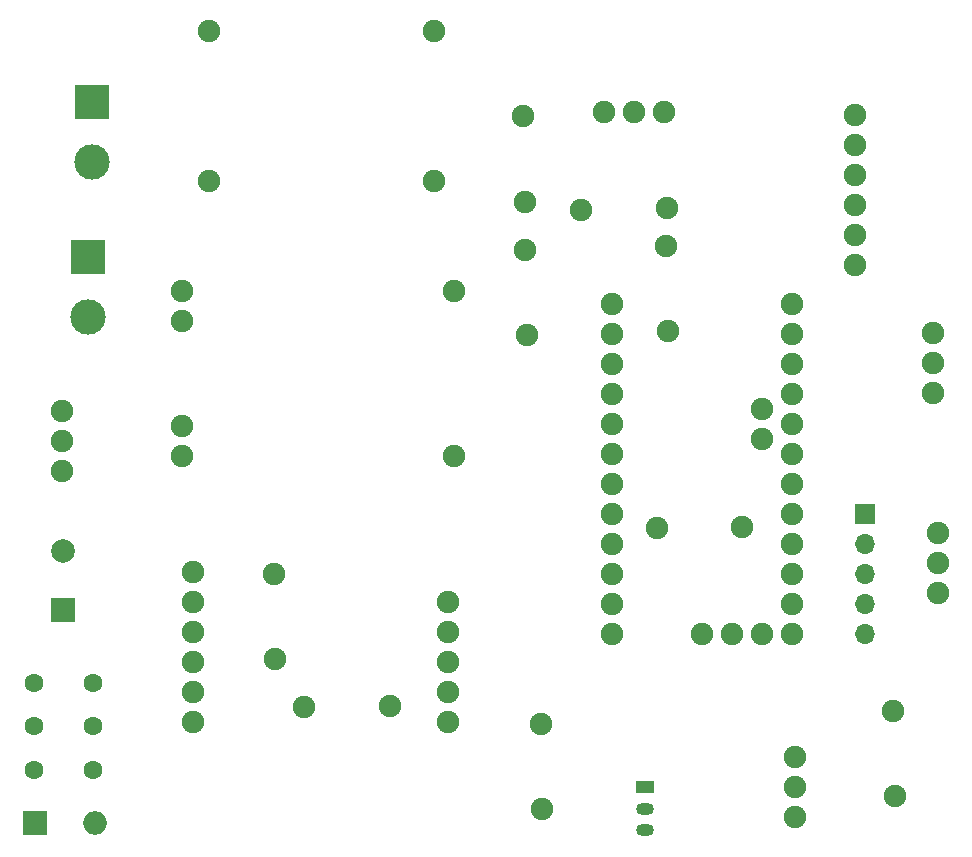
<source format=gbr>
G04 #@! TF.GenerationSoftware,KiCad,Pcbnew,(5.1.5)-3*
G04 #@! TF.CreationDate,2021-01-24T13:34:38-05:00*
G04 #@! TF.ProjectId,DoubLayerSim,446f7562-4c61-4796-9572-53696d2e6b69,rev?*
G04 #@! TF.SameCoordinates,Original*
G04 #@! TF.FileFunction,Soldermask,Top*
G04 #@! TF.FilePolarity,Negative*
%FSLAX46Y46*%
G04 Gerber Fmt 4.6, Leading zero omitted, Abs format (unit mm)*
G04 Created by KiCad (PCBNEW (5.1.5)-3) date 2021-01-24 13:34:38*
%MOMM*%
%LPD*%
G04 APERTURE LIST*
%ADD10C,1.900000*%
%ADD11O,1.500000X1.050000*%
%ADD12R,1.500000X1.050000*%
%ADD13O,1.900000X1.900000*%
%ADD14R,3.000000X3.000000*%
%ADD15C,3.000000*%
%ADD16R,2.000000X2.000000*%
%ADD17C,2.000000*%
%ADD18C,1.600000*%
%ADD19O,2.000000X2.000000*%
%ADD20R,1.700000X1.700000*%
%ADD21O,1.700000X1.700000*%
G04 APERTURE END LIST*
D10*
X124783700Y-71308200D03*
X124783700Y-80228200D03*
X124783700Y-68768200D03*
X124783700Y-82768200D03*
X147783700Y-68768200D03*
X147783700Y-82768200D03*
D11*
X163918900Y-112674400D03*
X163918900Y-114452400D03*
D12*
X163918900Y-110769400D03*
D13*
X165785800Y-61785500D03*
D10*
X158546800Y-61912500D03*
D13*
X132651500Y-99974400D03*
D10*
X132524500Y-92735400D03*
D13*
X142341600Y-103911400D03*
D10*
X135102600Y-104038400D03*
D13*
X185102500Y-111556800D03*
D10*
X184975500Y-104317800D03*
X168821100Y-97828100D03*
X171361100Y-97828100D03*
X173901100Y-97828100D03*
X173901100Y-81318100D03*
X173901100Y-78778100D03*
X176441100Y-97828100D03*
X176441100Y-95288100D03*
X176441100Y-92748100D03*
X176441100Y-90208100D03*
X176441100Y-87668100D03*
X176441100Y-85128100D03*
X176441100Y-82588100D03*
X176441100Y-80048100D03*
X176441100Y-77508100D03*
X176441100Y-74968100D03*
X176441100Y-72428100D03*
X176441100Y-69888100D03*
X161201100Y-97828100D03*
X161201100Y-95288100D03*
X161201100Y-92748100D03*
X161201100Y-90208100D03*
X161201100Y-87668100D03*
X161201100Y-85128100D03*
X161201100Y-82588100D03*
X161201100Y-80048100D03*
X161201100Y-77508100D03*
X161201100Y-74968100D03*
X161201100Y-72428100D03*
X161201100Y-69888100D03*
X188722000Y-89242900D03*
X188722000Y-91782900D03*
X188722000Y-94322900D03*
X188353700Y-74853800D03*
X188353700Y-72313800D03*
X188353700Y-77393800D03*
X181724300Y-66624200D03*
X181724300Y-64084200D03*
X181724300Y-61544200D03*
X181724300Y-59004200D03*
X181724300Y-56464200D03*
X181724300Y-53924200D03*
X163042600Y-53606700D03*
X165582600Y-53606700D03*
X160502600Y-53606700D03*
X176644300Y-108280200D03*
X176644300Y-113360200D03*
X176644300Y-110820200D03*
D14*
X117106700Y-52768500D03*
D15*
X117106700Y-57848500D03*
X116814600Y-70993000D03*
D14*
X116814600Y-65913000D03*
D10*
X127063500Y-46812200D03*
X127063500Y-59512200D03*
X146113500Y-46812200D03*
X146113500Y-59512200D03*
X125691900Y-92583000D03*
X125691900Y-95123000D03*
X125691900Y-97663000D03*
X125691900Y-100203000D03*
X125691900Y-102743000D03*
X125691900Y-105283000D03*
X147281900Y-95123000D03*
X147281900Y-97663000D03*
X147281900Y-100203000D03*
X147281900Y-102743000D03*
X147281900Y-105283000D03*
X114592100Y-84048600D03*
X114592100Y-81508600D03*
X114592100Y-78968600D03*
D16*
X114642900Y-95808800D03*
D17*
X114642900Y-90808800D03*
D18*
X112204500Y-101981000D03*
X117204500Y-101981000D03*
X117229900Y-105638600D03*
X112229900Y-105638600D03*
X112204500Y-109372400D03*
X117204500Y-109372400D03*
D16*
X112306100Y-113817400D03*
D19*
X117386100Y-113817400D03*
D10*
X155257500Y-112674400D03*
D13*
X155130500Y-105435400D03*
D10*
X153784300Y-61226700D03*
D13*
X153657300Y-53987700D03*
X153835100Y-65278000D03*
D10*
X153962100Y-72517000D03*
D20*
X182549800Y-87655400D03*
D21*
X182549800Y-90195400D03*
X182549800Y-92735400D03*
X182549800Y-95275400D03*
X182549800Y-97815400D03*
D13*
X165747700Y-64947800D03*
D10*
X165874700Y-72186800D03*
X164947600Y-88874600D03*
D13*
X172186600Y-88747600D03*
M02*

</source>
